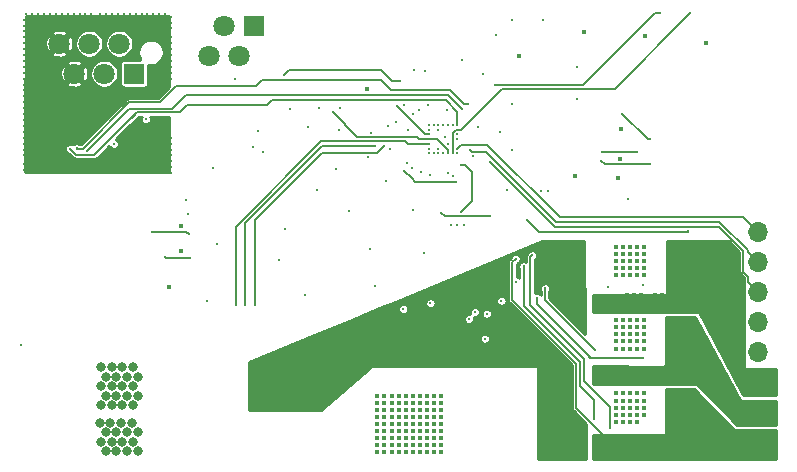
<source format=gbr>
G04 #@! TF.GenerationSoftware,KiCad,Pcbnew,5.1.5-52549c5~84~ubuntu18.04.1*
G04 #@! TF.CreationDate,2020-04-16T17:59:20+02:00*
G04 #@! TF.ProjectId,board,626f6172-642e-46b6-9963-61645f706362,rev?*
G04 #@! TF.SameCoordinates,Original*
G04 #@! TF.FileFunction,Copper,L3,Inr*
G04 #@! TF.FilePolarity,Positive*
%FSLAX46Y46*%
G04 Gerber Fmt 4.6, Leading zero omitted, Abs format (unit mm)*
G04 Created by KiCad (PCBNEW 5.1.5-52549c5~84~ubuntu18.04.1) date 2020-04-16 17:59:20*
%MOMM*%
%LPD*%
G04 APERTURE LIST*
%ADD10O,1.700000X1.700000*%
%ADD11R,1.700000X1.700000*%
%ADD12R,1.800000X1.800000*%
%ADD13C,1.800000*%
%ADD14C,0.310000*%
%ADD15C,0.400000*%
%ADD16C,0.254000*%
%ADD17C,0.800000*%
%ADD18C,0.152400*%
%ADD19C,0.177800*%
%ADD20C,0.254000*%
G04 APERTURE END LIST*
D10*
X156000000Y-119329200D03*
X156000000Y-121869200D03*
X156000000Y-124409200D03*
X156000000Y-126949200D03*
X156000000Y-129489200D03*
X156000000Y-132029200D03*
X156000000Y-134569200D03*
D11*
X156000000Y-137109200D03*
D12*
X113325000Y-101930000D03*
D13*
X112055000Y-104470000D03*
X110785000Y-101930000D03*
X109515000Y-104470000D03*
X96870000Y-103380000D03*
X98140000Y-105920000D03*
D12*
X103220000Y-105920000D03*
D13*
X101950000Y-103380000D03*
X100680000Y-105920000D03*
X99410000Y-103380000D03*
D14*
X128960000Y-112270000D03*
X128960000Y-110670000D03*
X130560000Y-111070000D03*
X129760000Y-111870000D03*
X128160000Y-112270000D03*
D15*
X129100000Y-127200000D03*
X128500000Y-127800000D03*
X124910000Y-127210000D03*
X126700000Y-127800000D03*
X129100000Y-129000000D03*
X129100000Y-127800000D03*
X128500000Y-127200000D03*
X124900000Y-129000000D03*
X126700000Y-128400000D03*
X126100000Y-127200000D03*
X126100000Y-129000000D03*
X124300000Y-127800000D03*
X126100000Y-128400000D03*
X126700000Y-127200000D03*
X123700000Y-127800000D03*
X126100000Y-127800000D03*
X127900000Y-127200000D03*
X124900000Y-127800000D03*
X127310000Y-127210000D03*
X124300000Y-128400000D03*
X127900000Y-129000000D03*
X127300000Y-127800000D03*
X123700000Y-128400000D03*
X125500000Y-129000000D03*
X125500000Y-127200000D03*
X123700000Y-127200000D03*
X124300000Y-129000000D03*
X127900000Y-127800000D03*
X127300000Y-129000000D03*
X125500000Y-128400000D03*
X128500000Y-128400000D03*
X128500000Y-129000000D03*
X123700000Y-129000000D03*
X124900000Y-128400000D03*
X129100000Y-128400000D03*
X127300000Y-128400000D03*
X127900000Y-128400000D03*
X125500000Y-127800000D03*
X126700000Y-129000000D03*
X124300000Y-127200000D03*
X141300000Y-102400000D03*
X141000000Y-120600000D03*
D14*
X117700000Y-124650000D03*
X123600000Y-123900000D03*
X127748000Y-121100000D03*
X130050000Y-118700000D03*
X133750000Y-106885000D03*
X111740000Y-106360000D03*
X115880000Y-106040000D03*
X125700000Y-106510000D03*
X136500000Y-118300000D03*
X133300000Y-118000000D03*
X104200000Y-109800000D03*
X134760000Y-115790000D03*
X130160000Y-110270000D03*
X126057511Y-114137511D03*
X130450000Y-115060000D03*
X128090000Y-108620000D03*
X129200000Y-117696400D03*
D16*
X150110013Y-119267519D03*
D14*
X129655000Y-108965000D03*
X128160000Y-110270000D03*
X147700000Y-100800000D03*
X129360000Y-112670000D03*
X126000000Y-125850000D03*
X130577003Y-118700000D03*
X143300000Y-124000000D03*
X131550000Y-126710000D03*
X146300000Y-123800000D03*
X133060000Y-126250000D03*
X137300000Y-124900000D03*
X146300000Y-130000000D03*
X142200000Y-129300000D03*
X138000000Y-124100000D03*
X136180000Y-122220000D03*
X142130025Y-135169975D03*
X136900000Y-121300000D03*
X143494805Y-135966469D03*
D15*
X126800000Y-136800000D03*
X128000000Y-136800000D03*
X124400000Y-137400000D03*
X128000000Y-136200000D03*
X126200000Y-136200000D03*
X125000000Y-136200000D03*
X124400000Y-136800000D03*
X128000000Y-137400000D03*
X128600000Y-137400000D03*
X126200000Y-136800000D03*
X125010000Y-135610000D03*
X128600000Y-136800000D03*
X124400000Y-136200000D03*
X127400000Y-136800000D03*
X125600000Y-135600000D03*
X126800000Y-137400000D03*
X125000000Y-136800000D03*
X129200000Y-135600000D03*
X126800000Y-135600000D03*
X126200000Y-137400000D03*
X123800000Y-137400000D03*
X128000000Y-135600000D03*
X128600000Y-135600000D03*
X123800000Y-135600000D03*
X128600000Y-136200000D03*
X126200000Y-135600000D03*
X127410000Y-135610000D03*
X127400000Y-136200000D03*
X129200000Y-136800000D03*
X123800000Y-136800000D03*
X125600000Y-137400000D03*
X125600000Y-136200000D03*
X123800000Y-136200000D03*
X125000000Y-137400000D03*
X127400000Y-137400000D03*
X125600000Y-136800000D03*
X124400000Y-135600000D03*
X126800000Y-136200000D03*
X129200000Y-137400000D03*
X129200000Y-136200000D03*
X128600000Y-138000000D03*
X124400000Y-138000000D03*
X126800000Y-138000000D03*
X125600000Y-138000000D03*
X123800000Y-138000000D03*
X126200000Y-138000000D03*
X128000000Y-138000000D03*
X125000000Y-138000000D03*
X129200000Y-138000000D03*
X127400000Y-138000000D03*
X126800000Y-134400000D03*
X128000000Y-134400000D03*
X124400000Y-135000000D03*
X128000000Y-133800000D03*
X126200000Y-133800000D03*
X125000000Y-133800000D03*
X124400000Y-134400000D03*
X128000000Y-135000000D03*
X128600000Y-135000000D03*
X126200000Y-134400000D03*
X125010000Y-133210000D03*
X128600000Y-134400000D03*
X124400000Y-133800000D03*
X127400000Y-134400000D03*
X125600000Y-133200000D03*
X126800000Y-135000000D03*
X125000000Y-134400000D03*
X129200000Y-133200000D03*
X126800000Y-133200000D03*
X126200000Y-135000000D03*
X123800000Y-135000000D03*
X128000000Y-133200000D03*
X128600000Y-133200000D03*
X123800000Y-133200000D03*
X128600000Y-133800000D03*
X126200000Y-133200000D03*
X127410000Y-133210000D03*
X127400000Y-133800000D03*
X129200000Y-134400000D03*
X123800000Y-134400000D03*
X125600000Y-135000000D03*
X125600000Y-133800000D03*
X123800000Y-133800000D03*
X125000000Y-135000000D03*
X127400000Y-135000000D03*
X125600000Y-134400000D03*
X124400000Y-133200000D03*
X126800000Y-133800000D03*
X129200000Y-135000000D03*
X129200000Y-133800000D03*
X146400000Y-127400000D03*
X144600000Y-127400000D03*
X144600000Y-128600000D03*
X144600000Y-128000000D03*
X146400000Y-129200000D03*
X145800000Y-129200000D03*
X145200000Y-126800000D03*
X145800000Y-126800000D03*
X145800000Y-128000000D03*
X145200000Y-129200000D03*
X145200000Y-127400000D03*
X144600000Y-126800000D03*
X145800000Y-127400000D03*
X145800000Y-128600000D03*
X145200000Y-128600000D03*
X145200000Y-128000000D03*
X146400000Y-126800000D03*
X146400000Y-128000000D03*
X144600000Y-129200000D03*
X146400000Y-128600000D03*
X146400000Y-133600000D03*
X144600000Y-133600000D03*
X144600000Y-134800000D03*
X144600000Y-134200000D03*
X145800000Y-135400000D03*
X145200000Y-133000000D03*
X145800000Y-133000000D03*
X145800000Y-134200000D03*
X145200000Y-135400000D03*
X145200000Y-133600000D03*
X144600000Y-133000000D03*
X145800000Y-133600000D03*
X145800000Y-134800000D03*
X145200000Y-134800000D03*
X145200000Y-134200000D03*
X146400000Y-133000000D03*
X146400000Y-134200000D03*
X144600000Y-135400000D03*
X146400000Y-134800000D03*
X144000000Y-128000000D03*
X144000000Y-129200000D03*
X144000000Y-126800000D03*
X144000000Y-128600000D03*
X144000000Y-127400000D03*
X144000000Y-121200000D03*
X144000000Y-122400000D03*
X144000000Y-121800000D03*
X144000000Y-120600000D03*
X144000000Y-123000000D03*
X144000000Y-134800000D03*
X144000000Y-133600000D03*
X144000000Y-135400000D03*
X144000000Y-133000000D03*
X144000000Y-134200000D03*
X146400000Y-121200000D03*
X146400000Y-121800000D03*
X146400000Y-122400000D03*
X146400000Y-123000000D03*
X145800000Y-123000000D03*
X145800000Y-122400000D03*
X145800000Y-121800000D03*
X145800000Y-121200000D03*
X145800000Y-120600000D03*
X145200000Y-120600000D03*
X145200000Y-121200000D03*
X145200000Y-121800000D03*
X145200000Y-122400000D03*
X145200000Y-123000000D03*
X144600000Y-123000000D03*
X144600000Y-120600000D03*
X144600000Y-121800000D03*
X144600000Y-121200000D03*
X144600000Y-122400000D03*
D17*
X100300000Y-135500000D03*
X101200000Y-135500000D03*
X102100000Y-135500000D03*
X103000000Y-135500000D03*
X100800000Y-136300000D03*
X101700000Y-136300000D03*
X102600000Y-136300000D03*
X103500000Y-136300000D03*
X100400000Y-137100000D03*
X101300000Y-137100000D03*
X102200000Y-137100000D03*
X103100000Y-137100000D03*
X100800000Y-137900000D03*
X101700000Y-137900000D03*
X102600000Y-137900000D03*
X103500000Y-137900000D03*
D15*
X146400000Y-120600000D03*
D14*
X133860000Y-102690000D03*
X135200000Y-108500000D03*
X134200000Y-110900000D03*
X135200000Y-112400000D03*
X140700000Y-105400000D03*
X134300000Y-125167399D03*
X132900000Y-128360000D03*
X128290000Y-125350000D03*
X145000000Y-116500000D03*
X126800000Y-117500000D03*
X137812500Y-101400000D03*
X135200000Y-101400000D03*
X107800000Y-117850000D03*
X113700000Y-110800000D03*
X124510000Y-115040000D03*
X121370000Y-117590000D03*
X140680000Y-108090000D03*
X132720000Y-105960000D03*
X129550000Y-111270000D03*
X124740000Y-110340000D03*
X93610000Y-128920000D03*
X120320000Y-113980000D03*
X116000000Y-119050000D03*
X126050000Y-108610000D03*
X126360000Y-110690000D03*
X131610000Y-112370000D03*
X130560000Y-112270000D03*
X133330000Y-113390000D03*
D15*
X107200000Y-118800000D03*
X107200000Y-120975000D03*
X144200000Y-114800000D03*
X140500000Y-114600000D03*
X135800000Y-104400000D03*
X151600000Y-103300000D03*
X122960000Y-107250000D03*
X106180000Y-124020000D03*
X146500000Y-102700000D03*
X144316448Y-113113552D03*
X144400000Y-110600000D03*
D16*
X107590000Y-116630000D03*
D15*
X149100000Y-124700000D03*
X149700000Y-125900000D03*
X149700000Y-124700000D03*
X149100000Y-125900000D03*
X149100000Y-125300000D03*
X149700000Y-125300000D03*
X150300000Y-125300000D03*
X150300000Y-125900000D03*
X150300000Y-124700000D03*
X151000000Y-124700000D03*
X151600000Y-125900000D03*
X151600000Y-124700000D03*
X151000000Y-125900000D03*
X151000000Y-125300000D03*
X151600000Y-125300000D03*
X152200000Y-125300000D03*
X152200000Y-125900000D03*
X152200000Y-124700000D03*
X151600000Y-122900000D03*
X152200000Y-124100000D03*
X152200000Y-122900000D03*
X151600000Y-124100000D03*
X151600000Y-123500000D03*
X152200000Y-123500000D03*
X152800000Y-123500000D03*
X152800000Y-124100000D03*
X152800000Y-122900000D03*
X152200000Y-126500000D03*
X152800000Y-127700000D03*
X152800000Y-126500000D03*
X152200000Y-127700000D03*
X152200000Y-127100000D03*
X152800000Y-127100000D03*
X153400000Y-127100000D03*
X153400000Y-127700000D03*
X153400000Y-126500000D03*
X152800000Y-124700000D03*
X153400000Y-125900000D03*
X153400000Y-124700000D03*
X152800000Y-125900000D03*
X152800000Y-125300000D03*
X153400000Y-125300000D03*
X154000000Y-125300000D03*
X154000000Y-125900000D03*
X154000000Y-124700000D03*
X151600000Y-121100000D03*
X152200000Y-121700000D03*
X152200000Y-122300000D03*
X152200000Y-121100000D03*
X151600000Y-122300000D03*
X152800000Y-122300000D03*
X152800000Y-121100000D03*
X151600000Y-121700000D03*
X152800000Y-121700000D03*
X153400000Y-122900000D03*
X154000000Y-124100000D03*
X153400000Y-124100000D03*
X153400000Y-123500000D03*
X153400000Y-121100000D03*
X153400000Y-122300000D03*
X153400000Y-121700000D03*
X154000000Y-126500000D03*
X154000000Y-127700000D03*
X154000000Y-127100000D03*
X151600000Y-126500000D03*
X152800000Y-128300000D03*
X153400000Y-128300000D03*
X154000000Y-128300000D03*
X152800000Y-128900000D03*
X153400000Y-128900000D03*
X154000000Y-128900000D03*
X154000000Y-129500000D03*
X153400000Y-129500000D03*
X154000000Y-130100000D03*
X153400000Y-130100000D03*
X154000000Y-130700000D03*
X154000000Y-131300000D03*
X144310000Y-124710000D03*
X144900000Y-125900000D03*
X144900000Y-125300000D03*
X145500000Y-124700000D03*
X144300000Y-125900000D03*
X144300000Y-125300000D03*
X145500000Y-125900000D03*
X146100000Y-124700000D03*
X144900000Y-124700000D03*
X146100000Y-125900000D03*
X145500000Y-125300000D03*
X146100000Y-125300000D03*
X146710000Y-124710000D03*
X147300000Y-125900000D03*
X147300000Y-125300000D03*
X147900000Y-124700000D03*
X146700000Y-125900000D03*
X146700000Y-125300000D03*
X147900000Y-125900000D03*
X148500000Y-124700000D03*
X147300000Y-124700000D03*
X148500000Y-125900000D03*
X147900000Y-125300000D03*
X148500000Y-125300000D03*
D14*
X132070000Y-126100000D03*
X143110000Y-126060000D03*
D15*
X149600000Y-132000000D03*
X150200000Y-130800000D03*
X149600000Y-130800000D03*
X150200000Y-132000000D03*
X149600000Y-131400000D03*
X150200000Y-131400000D03*
X152600000Y-132000000D03*
X152600000Y-131400000D03*
X152000000Y-132000000D03*
X152000000Y-131400000D03*
X152600000Y-130800000D03*
X152000000Y-130800000D03*
X150800000Y-132000000D03*
X151400000Y-130800000D03*
X150800000Y-130800000D03*
X151400000Y-132000000D03*
X150800000Y-131400000D03*
X151400000Y-131400000D03*
X152000000Y-130200000D03*
X152000000Y-129600000D03*
X151400000Y-129000000D03*
X151400000Y-129600000D03*
X151400000Y-130200000D03*
X152600000Y-133200000D03*
X153200000Y-133200000D03*
X152600000Y-132600000D03*
X153200000Y-132600000D03*
X153200000Y-132000000D03*
X152000000Y-132600000D03*
X153800000Y-134400000D03*
X153200000Y-134400000D03*
X153800000Y-133800000D03*
X153200000Y-133800000D03*
X153800000Y-133200000D03*
X143600000Y-132000000D03*
X143600000Y-131400000D03*
X148400000Y-130800000D03*
X148400000Y-132000000D03*
X149000000Y-130800000D03*
X143600000Y-130800000D03*
X149000000Y-132000000D03*
X148400000Y-131400000D03*
X149000000Y-131400000D03*
X143100000Y-131400000D03*
X143100000Y-132000000D03*
D14*
X135548036Y-123532076D03*
D15*
X143110000Y-130810000D03*
X149100000Y-137900000D03*
X150300000Y-137900000D03*
X149100000Y-138500000D03*
X148500000Y-137300000D03*
X149700000Y-138500000D03*
X149700000Y-137300000D03*
X150900000Y-137300000D03*
X151500000Y-138500000D03*
X149100000Y-136700000D03*
X149710000Y-136710000D03*
X151500000Y-137300000D03*
X148500000Y-138500000D03*
X149700000Y-137900000D03*
X148500000Y-137900000D03*
X150300000Y-138500000D03*
X151500000Y-137900000D03*
X150900000Y-136700000D03*
X150900000Y-137900000D03*
X151500000Y-136700000D03*
X150900000Y-138500000D03*
X149100000Y-137300000D03*
X150300000Y-136700000D03*
X148500000Y-136700000D03*
X150300000Y-137300000D03*
X152110000Y-136710000D03*
X153900000Y-137300000D03*
X152100000Y-138500000D03*
X153900000Y-137900000D03*
X153300000Y-136700000D03*
X153300000Y-138500000D03*
X153300000Y-137900000D03*
X153900000Y-136700000D03*
X153300000Y-137300000D03*
X152100000Y-137300000D03*
X152700000Y-138500000D03*
X152700000Y-136700000D03*
X152700000Y-137900000D03*
X152100000Y-137900000D03*
X152700000Y-137300000D03*
X153900000Y-138500000D03*
X153300000Y-136100000D03*
X151500000Y-136100000D03*
X151500000Y-135500000D03*
X152700000Y-135500000D03*
X152110000Y-135510000D03*
X152100000Y-136100000D03*
X152700000Y-136100000D03*
X151500000Y-134900000D03*
X152110000Y-134910000D03*
X151500000Y-134300000D03*
X143610000Y-136710000D03*
X144200000Y-137900000D03*
X144200000Y-137300000D03*
X144800000Y-136700000D03*
X143600000Y-137900000D03*
X143600000Y-137300000D03*
X144800000Y-137900000D03*
X145400000Y-136700000D03*
X144200000Y-136700000D03*
X145400000Y-137900000D03*
X144800000Y-137300000D03*
X145400000Y-137300000D03*
X143600000Y-138500000D03*
X145400000Y-138500000D03*
X144800000Y-138500000D03*
X144200000Y-138500000D03*
X146000000Y-137900000D03*
X147800000Y-137900000D03*
X147800000Y-138500000D03*
X147200000Y-137300000D03*
X147800000Y-136700000D03*
X146600000Y-136700000D03*
X146010000Y-136710000D03*
X147200000Y-138500000D03*
X146000000Y-137300000D03*
X147200000Y-137900000D03*
X146000000Y-138500000D03*
X146600000Y-138500000D03*
X146600000Y-137300000D03*
X147800000Y-137300000D03*
X147200000Y-136700000D03*
X146600000Y-137900000D03*
D14*
X135500000Y-121608700D03*
X104940000Y-106980000D03*
X105300000Y-106350000D03*
X105500000Y-105660000D03*
X104390000Y-107420000D03*
X103690000Y-107560000D03*
X102950000Y-107640000D03*
X102270000Y-107670000D03*
X106350000Y-106350000D03*
X106350000Y-105850000D03*
X106350000Y-105350000D03*
X106350000Y-104850000D03*
X106350000Y-104350000D03*
X106350000Y-103850000D03*
X106350000Y-103350000D03*
X106350000Y-102850000D03*
X106350000Y-102100000D03*
X106350000Y-101600000D03*
X106350000Y-101100000D03*
X105830000Y-100870000D03*
X105330000Y-100870000D03*
X104830000Y-100870000D03*
X104330000Y-100870000D03*
X103830000Y-100870000D03*
X103330000Y-100870000D03*
X102830000Y-100870000D03*
X102330000Y-100870000D03*
X101830000Y-100870000D03*
X101330000Y-100870000D03*
X100830000Y-100870000D03*
X100330000Y-100870000D03*
X99580000Y-100870000D03*
X99080000Y-100870000D03*
X98580000Y-100870000D03*
X98080000Y-100870000D03*
X97580000Y-100870000D03*
X97080000Y-100870000D03*
X96580000Y-100870000D03*
X96080000Y-100870000D03*
X95580000Y-100870000D03*
X95080000Y-100870000D03*
X94580000Y-100870000D03*
X94080000Y-100870000D03*
X93850000Y-101350000D03*
X93850000Y-101850000D03*
X93850000Y-102350000D03*
X93850000Y-102850000D03*
X93850000Y-103350000D03*
X93850000Y-103850000D03*
X93850000Y-104350000D03*
X93850000Y-104850000D03*
X93850000Y-105350000D03*
X93850000Y-105850000D03*
X93850000Y-106350000D03*
X93850000Y-106850000D03*
X93850000Y-107350000D03*
X93850000Y-107850000D03*
X93850000Y-108350000D03*
X93850000Y-108850000D03*
X93850000Y-109350000D03*
X93850000Y-109850000D03*
X93850000Y-110350000D03*
X93850000Y-110850000D03*
X93850000Y-111350000D03*
X93850000Y-111850000D03*
X93850000Y-112350000D03*
X93850000Y-112850000D03*
X93850000Y-113600000D03*
X93850000Y-114100000D03*
X94370000Y-114330000D03*
X94870000Y-114330000D03*
X95370000Y-114330000D03*
X95870000Y-114330000D03*
X96370000Y-114330000D03*
X96870000Y-114330000D03*
X97370000Y-114330000D03*
X97870000Y-114330000D03*
X98370000Y-114330000D03*
X98870000Y-114330000D03*
X99370000Y-114330000D03*
X99870000Y-114330000D03*
X100370000Y-114330000D03*
X100870000Y-114330000D03*
X101370000Y-114330000D03*
X101870000Y-114330000D03*
X102370000Y-114330000D03*
X102870000Y-114330000D03*
X103370000Y-114330000D03*
X103870000Y-114330000D03*
X104370000Y-114330000D03*
X104870000Y-114330000D03*
X105370000Y-114330000D03*
X105870000Y-114330000D03*
X106350000Y-114330000D03*
X106350000Y-113850000D03*
X106350000Y-113350000D03*
X106350000Y-112850000D03*
X106300000Y-112400000D03*
X106300000Y-111900000D03*
X106300000Y-111400000D03*
X145785000Y-112600000D03*
X142817600Y-112590000D03*
X142762409Y-113295191D03*
X146915000Y-113600000D03*
X105820000Y-121420000D03*
X107910000Y-121529400D03*
X146915000Y-111500000D03*
X144500000Y-109300000D03*
X109370000Y-125170000D03*
X130560000Y-111470000D03*
X115450000Y-121670000D03*
X138270000Y-115830000D03*
X110245000Y-120325000D03*
X137660000Y-115820000D03*
X123200000Y-120750000D03*
X131103901Y-118710475D03*
X101500000Y-111900000D03*
X109900000Y-113900000D03*
X114110000Y-112540000D03*
X126300000Y-113500000D03*
X113250000Y-112100000D03*
X124840000Y-112340000D03*
D17*
X100800000Y-133200000D03*
X101700000Y-133200000D03*
X102600000Y-133200000D03*
X103500000Y-133200000D03*
X100400000Y-130800000D03*
X101300000Y-130800000D03*
X102200000Y-130800000D03*
X103100000Y-130800000D03*
X100800000Y-131600000D03*
X101700000Y-131600000D03*
X102600000Y-131600000D03*
X103500000Y-131600000D03*
X100400000Y-132400000D03*
X101300000Y-132400000D03*
X102200000Y-132400000D03*
X103100000Y-132400000D03*
X100400000Y-134000000D03*
X101300000Y-134000000D03*
X102200000Y-134000000D03*
X103100000Y-134000000D03*
D14*
X131450000Y-108470000D03*
X98330000Y-112240000D03*
X104690000Y-119340000D03*
X107830000Y-119540000D03*
X128160000Y-112670000D03*
X126743959Y-113953959D03*
X128560000Y-112670000D03*
X127458552Y-114268552D03*
X128960000Y-112670000D03*
X128260000Y-114540000D03*
X126900000Y-105600000D03*
X131000000Y-104800000D03*
X125400000Y-110000000D03*
X132300000Y-110400000D03*
X118880000Y-108800000D03*
X130170000Y-114630000D03*
X120070000Y-109170000D03*
X129760000Y-112670000D03*
X120670000Y-108810000D03*
X129760000Y-114310000D03*
X118650000Y-115810000D03*
X129760000Y-110270000D03*
X127300000Y-109000000D03*
X116400000Y-108930000D03*
X128960000Y-110270000D03*
X127810000Y-105680000D03*
X97770000Y-112270000D03*
X130560000Y-110270000D03*
X130940000Y-108880000D03*
X99220000Y-112444400D03*
X113400000Y-125500000D03*
X124330000Y-112080000D03*
X112600000Y-125500000D03*
X123560000Y-112060000D03*
X111800000Y-125500000D03*
X128160000Y-111870000D03*
X120530000Y-110710000D03*
X117950000Y-110400000D03*
X128160000Y-110670000D03*
X126810000Y-109340000D03*
X129360000Y-110270000D03*
X123230000Y-110940000D03*
X123000000Y-113001600D03*
X128560000Y-110270000D03*
X128160000Y-111070000D03*
X125470000Y-108644400D03*
X130560000Y-112670000D03*
X131900000Y-112925599D03*
X150300000Y-100800000D03*
X130160000Y-112670000D03*
X130910000Y-113650000D03*
X130900000Y-117600000D03*
D18*
X129500000Y-118000000D02*
X133300000Y-118000000D01*
X129200000Y-117700000D02*
X129500000Y-118000000D01*
X133750000Y-106885000D02*
X141215000Y-106885000D01*
X141215000Y-106885000D02*
X147300000Y-100800000D01*
X136500000Y-118300000D02*
X137500000Y-119300000D01*
X147300000Y-100800000D02*
X147700000Y-100800000D01*
X125700000Y-106510000D02*
X125040000Y-106510000D01*
X125040000Y-106510000D02*
X124110000Y-105580000D01*
X116340000Y-105580000D02*
X115880000Y-106040000D01*
X124110000Y-105580000D02*
X116340000Y-105580000D01*
X126980000Y-115060000D02*
X130450000Y-115060000D01*
X126057511Y-114137511D02*
X126700000Y-114780000D01*
X126700000Y-114780000D02*
X126980000Y-115060000D01*
X150120000Y-119277506D02*
X150110013Y-119267519D01*
X150120000Y-119300000D02*
X150120000Y-119277506D01*
X137500000Y-119300000D02*
X150120000Y-119300000D01*
X137300000Y-124900000D02*
X137300000Y-125465685D01*
X141834315Y-130000000D02*
X141600000Y-129765685D01*
X137300000Y-125465685D02*
X141600000Y-129765685D01*
X146300000Y-130000000D02*
X141834315Y-130000000D01*
X141600000Y-129765685D02*
X141775616Y-129941301D01*
X138000000Y-125100000D02*
X142200000Y-129300000D01*
X138000000Y-124100000D02*
X138000000Y-125100000D01*
D19*
X136180000Y-122220000D02*
X136180000Y-125560000D01*
X136180000Y-125560000D02*
X140960000Y-130340000D01*
X140960000Y-130340000D02*
X140960000Y-132400000D01*
X142130025Y-133570025D02*
X142130025Y-135169975D01*
X140960000Y-132400000D02*
X142130025Y-133570025D01*
X136745001Y-121454999D02*
X136745001Y-125545001D01*
X136900000Y-121300000D02*
X136745001Y-121454999D01*
X136745001Y-125545001D02*
X141300000Y-130100000D01*
X141300000Y-130100000D02*
X141300000Y-131970000D01*
X143494805Y-134164805D02*
X143494805Y-135966469D01*
X141300000Y-131970000D02*
X143494805Y-134164805D01*
D18*
X131610000Y-112370000D02*
X131809999Y-112569999D01*
X155390800Y-121260000D02*
X156000000Y-121869200D01*
X131809999Y-112569999D02*
X132799999Y-112569999D01*
X133036289Y-112569999D02*
X138936290Y-118470000D01*
X132799999Y-112569999D02*
X133036289Y-112569999D01*
X155150001Y-120897869D02*
X152712132Y-118460000D01*
X152712132Y-118460000D02*
X149400000Y-118460000D01*
X155150001Y-121019201D02*
X155150001Y-120897869D01*
X156000000Y-121869200D02*
X155150001Y-121019201D01*
X138936290Y-118470000D02*
X149400000Y-118460000D01*
X139270000Y-118100000D02*
X154770800Y-118100000D01*
X133111399Y-111941399D02*
X139270000Y-118100000D01*
X155250800Y-118580000D02*
X156000000Y-119329200D01*
X154770800Y-118100000D02*
X155250800Y-118580000D01*
X130888601Y-111941399D02*
X133111399Y-111941399D01*
X130641169Y-112188831D02*
X130888601Y-111941399D01*
X133330000Y-113390000D02*
X138810000Y-118870000D01*
X138810000Y-118870000D02*
X138820000Y-118870000D01*
X138870000Y-118920000D02*
X139410000Y-118920000D01*
X138820000Y-118870000D02*
X138870000Y-118920000D01*
X155165400Y-123574600D02*
X155165400Y-123105400D01*
X155165400Y-123105400D02*
X154750000Y-122690000D01*
X155165400Y-123574600D02*
X156000000Y-124409200D01*
X152731066Y-118910000D02*
X152650000Y-118910000D01*
X154750000Y-120928934D02*
X152731066Y-118910000D01*
X154750000Y-122690000D02*
X154750000Y-120928934D01*
X139410000Y-118920000D02*
X152650000Y-118910000D01*
X135226835Y-125056835D02*
X140642490Y-130472490D01*
X135500000Y-121608700D02*
X135226835Y-121881865D01*
X135226835Y-121881865D02*
X135226835Y-125056835D01*
X143327158Y-136710000D02*
X143610000Y-136710000D01*
X143102320Y-136710000D02*
X143327158Y-136710000D01*
X140642490Y-134250170D02*
X143102320Y-136710000D01*
X140642490Y-130472490D02*
X140642490Y-134250170D01*
X142827600Y-112600000D02*
X142817600Y-112590000D01*
X145785000Y-112600000D02*
X142827600Y-112600000D01*
X143067218Y-113600000D02*
X142762409Y-113295191D01*
X146915000Y-113600000D02*
X143067218Y-113600000D01*
X105929400Y-121529400D02*
X105820000Y-121420000D01*
X107910000Y-121529400D02*
X105929400Y-121529400D01*
X146915000Y-111500000D02*
X146700000Y-111500000D01*
X146700000Y-111500000D02*
X144500000Y-109300000D01*
X131167158Y-108470000D02*
X131450000Y-108470000D01*
X129967158Y-107270000D02*
X131167158Y-108470000D01*
X124940000Y-107270000D02*
X129967158Y-107270000D01*
X124138601Y-106468601D02*
X124940000Y-107270000D01*
X113540000Y-106950000D02*
X114021399Y-106468601D01*
X98360000Y-112270000D02*
X98860000Y-112270000D01*
X98330000Y-112240000D02*
X98360000Y-112270000D01*
X114021399Y-106468601D02*
X124138601Y-106468601D01*
X102770000Y-108360000D02*
X105360000Y-108360000D01*
X106771601Y-106948399D02*
X113540000Y-106948399D01*
X113540000Y-106948399D02*
X113540000Y-106950000D01*
X98860000Y-112270000D02*
X102770000Y-108360000D01*
X105360000Y-108360000D02*
X106771601Y-106948399D01*
X104690000Y-119340000D02*
X107630000Y-119340000D01*
X107630000Y-119340000D02*
X107830000Y-119540000D01*
X120070000Y-109170000D02*
X120138601Y-109238601D01*
X122114563Y-111281201D02*
X121079299Y-110245937D01*
X127171201Y-111281201D02*
X122114563Y-111281201D01*
X129760000Y-112374978D02*
X129205022Y-111820000D01*
X129760000Y-112670000D02*
X129760000Y-112374978D01*
X121079299Y-110245937D02*
X121079299Y-110179299D01*
X129205022Y-111820000D02*
X129205022Y-111815022D01*
X129205022Y-111815022D02*
X128860000Y-111470000D01*
X121079299Y-110179299D02*
X120070000Y-109170000D01*
X128860000Y-111470000D02*
X127360000Y-111470000D01*
X127360000Y-111470000D02*
X127171201Y-111281201D01*
X114472410Y-108610000D02*
X114892410Y-108190000D01*
X114892410Y-108190000D02*
X129600000Y-108190000D01*
X107050000Y-109200000D02*
X107640000Y-108610000D01*
X98300000Y-112800000D02*
X99840000Y-112800000D01*
X97770000Y-112270000D02*
X98300000Y-112800000D01*
X103440000Y-109200000D02*
X107050000Y-109200000D01*
X107640000Y-108610000D02*
X114472410Y-108610000D01*
X129600000Y-108190000D02*
X129615670Y-108190000D01*
X130560000Y-110128579D02*
X130560000Y-109130000D01*
X130560000Y-110270000D02*
X130560000Y-110128579D01*
X129615670Y-108190000D02*
X130560000Y-109130000D01*
X102520000Y-110120000D02*
X103240000Y-109400000D01*
X102520000Y-110120000D02*
X103440000Y-109200000D01*
X99840000Y-112800000D02*
X102520000Y-110120000D01*
X130940000Y-108880000D02*
X130740001Y-108680001D01*
X107580000Y-107720000D02*
X106560000Y-108740000D01*
X106404810Y-108895190D02*
X107580000Y-107720000D01*
X102769210Y-108895190D02*
X106404810Y-108895190D01*
X99220000Y-112444400D02*
X102769210Y-108895190D01*
X129780000Y-107720000D02*
X130940000Y-108880000D01*
X107580000Y-107720000D02*
X129780000Y-107720000D01*
X124165001Y-112244999D02*
X124330000Y-112080000D01*
X123776601Y-112633399D02*
X124165001Y-112244999D01*
X119086601Y-112633399D02*
X123776601Y-112633399D01*
X113400000Y-118320000D02*
X119086601Y-112633399D01*
X113400000Y-125500000D02*
X113400000Y-118320000D01*
X119100000Y-112040000D02*
X112600000Y-118540000D01*
X112600000Y-118540000D02*
X112600000Y-125500000D01*
X123120000Y-112040000D02*
X119100000Y-112040000D01*
X123120000Y-112040000D02*
X123540000Y-112040000D01*
X123540000Y-112040000D02*
X123560000Y-112060000D01*
X111830000Y-122270000D02*
X111830000Y-118870000D01*
X111800000Y-125217158D02*
X111830000Y-122270000D01*
X111830000Y-118870000D02*
X119040000Y-111660000D01*
X111800000Y-125500000D02*
X111800000Y-125217158D01*
X123300000Y-111660000D02*
X123303801Y-111656199D01*
X119040000Y-111660000D02*
X123300000Y-111660000D01*
X124906199Y-111656199D02*
X126156199Y-111656199D01*
X123303801Y-111656199D02*
X124906199Y-111656199D01*
X126370000Y-111870000D02*
X128160000Y-111870000D01*
X126156199Y-111656199D02*
X126370000Y-111870000D01*
X128071302Y-111070000D02*
X128182202Y-111070000D01*
X127835670Y-111070000D02*
X128160000Y-111070000D01*
X125470000Y-108644400D02*
X125470000Y-108704330D01*
X125470000Y-108704330D02*
X127835670Y-111070000D01*
X143910190Y-107189810D02*
X150100001Y-100999999D01*
X134476237Y-107189810D02*
X143910190Y-107189810D01*
X130160000Y-110965022D02*
X130445022Y-110680000D01*
X130160000Y-112670000D02*
X130160000Y-110965022D01*
X134480000Y-107190000D02*
X134476237Y-107189810D01*
X130445022Y-110680000D02*
X130880000Y-110680000D01*
X150100001Y-100999999D02*
X150300000Y-100800000D01*
X130880000Y-110680000D02*
X134370000Y-107190000D01*
X134370000Y-107190000D02*
X134480000Y-107190000D01*
X131800000Y-114257158D02*
X131192842Y-113650000D01*
X131192842Y-113650000D02*
X130910000Y-113650000D01*
X131800000Y-116700000D02*
X131800000Y-114257158D01*
X130900000Y-117600000D02*
X131800000Y-116700000D01*
D20*
G36*
X106173000Y-101026819D02*
G01*
X106173000Y-107044106D01*
X105212707Y-108004400D01*
X102787455Y-108004400D01*
X102769999Y-108002681D01*
X102752544Y-108004400D01*
X102752537Y-108004400D01*
X102707187Y-108008867D01*
X102700289Y-108009546D01*
X102671102Y-108018400D01*
X102633260Y-108029879D01*
X102571484Y-108062899D01*
X102517337Y-108107337D01*
X102506206Y-108120900D01*
X98712707Y-111914400D01*
X98618735Y-111914400D01*
X98606914Y-111902579D01*
X98535766Y-111855040D01*
X98456710Y-111822294D01*
X98372785Y-111805600D01*
X98287215Y-111805600D01*
X98203290Y-111822294D01*
X98124234Y-111855040D01*
X98053086Y-111902579D01*
X98032630Y-111923035D01*
X97975766Y-111885040D01*
X97896710Y-111852294D01*
X97812785Y-111835600D01*
X97727215Y-111835600D01*
X97643290Y-111852294D01*
X97564234Y-111885040D01*
X97493086Y-111932579D01*
X97432579Y-111993086D01*
X97385040Y-112064234D01*
X97352294Y-112143290D01*
X97335600Y-112227215D01*
X97335600Y-112312785D01*
X97352294Y-112396710D01*
X97385040Y-112475766D01*
X97432579Y-112546914D01*
X97493086Y-112607421D01*
X97564234Y-112654960D01*
X97643290Y-112687706D01*
X97695123Y-112698016D01*
X98036210Y-113039105D01*
X98047337Y-113052663D01*
X98060895Y-113063790D01*
X98060900Y-113063795D01*
X98095078Y-113091844D01*
X98101484Y-113097101D01*
X98163260Y-113130121D01*
X98201102Y-113141600D01*
X98230289Y-113150454D01*
X98237187Y-113151133D01*
X98282537Y-113155600D01*
X98282544Y-113155600D01*
X98299999Y-113157319D01*
X98317454Y-113155600D01*
X99822545Y-113155600D01*
X99840000Y-113157319D01*
X99857455Y-113155600D01*
X99857463Y-113155600D01*
X99909710Y-113150454D01*
X99976740Y-113130121D01*
X100038516Y-113097101D01*
X100092663Y-113052663D01*
X100103799Y-113039094D01*
X101092220Y-112050674D01*
X101115040Y-112105766D01*
X101162579Y-112176914D01*
X101223086Y-112237421D01*
X101294234Y-112284960D01*
X101373290Y-112317706D01*
X101457215Y-112334400D01*
X101542785Y-112334400D01*
X101626710Y-112317706D01*
X101705766Y-112284960D01*
X101776914Y-112237421D01*
X101837421Y-112176914D01*
X101884960Y-112105766D01*
X101917706Y-112026710D01*
X101934400Y-111942785D01*
X101934400Y-111857215D01*
X101917706Y-111773290D01*
X101884960Y-111694234D01*
X101837421Y-111623086D01*
X101776914Y-111562579D01*
X101705766Y-111515040D01*
X101650674Y-111492220D01*
X102783795Y-110359100D01*
X102783804Y-110359089D01*
X103587295Y-109555600D01*
X103840854Y-109555600D01*
X103815040Y-109594234D01*
X103782294Y-109673290D01*
X103765600Y-109757215D01*
X103765600Y-109842785D01*
X103782294Y-109926710D01*
X103815040Y-110005766D01*
X103862579Y-110076914D01*
X103923086Y-110137421D01*
X103994234Y-110184960D01*
X104073290Y-110217706D01*
X104157215Y-110234400D01*
X104242785Y-110234400D01*
X104326710Y-110217706D01*
X104405766Y-110184960D01*
X104476914Y-110137421D01*
X104537421Y-110076914D01*
X104584960Y-110005766D01*
X104617706Y-109926710D01*
X104634400Y-109842785D01*
X104634400Y-109757215D01*
X104617706Y-109673290D01*
X104584960Y-109594234D01*
X104559146Y-109555600D01*
X106173000Y-109555600D01*
X106173000Y-114273000D01*
X93928267Y-114273000D01*
X94002481Y-106793278D01*
X97446327Y-106793278D01*
X97550168Y-106947899D01*
X97762034Y-107043218D01*
X97988426Y-107095373D01*
X98220643Y-107102359D01*
X98449760Y-107063907D01*
X98666973Y-106981497D01*
X98729832Y-106947899D01*
X98833673Y-106793278D01*
X98140000Y-106099605D01*
X97446327Y-106793278D01*
X94002481Y-106793278D01*
X94010346Y-106000643D01*
X96957641Y-106000643D01*
X96996093Y-106229760D01*
X97078503Y-106446973D01*
X97112101Y-106509832D01*
X97266722Y-106613673D01*
X97960395Y-105920000D01*
X98319605Y-105920000D01*
X99013278Y-106613673D01*
X99167899Y-106509832D01*
X99263218Y-106297966D01*
X99315373Y-106071574D01*
X99322359Y-105839357D01*
X99316399Y-105803839D01*
X99500600Y-105803839D01*
X99500600Y-106036161D01*
X99545923Y-106264018D01*
X99634829Y-106478656D01*
X99763900Y-106671824D01*
X99928176Y-106836100D01*
X100121344Y-106965171D01*
X100335982Y-107054077D01*
X100563839Y-107099400D01*
X100796161Y-107099400D01*
X101024018Y-107054077D01*
X101238656Y-106965171D01*
X101431824Y-106836100D01*
X101596100Y-106671824D01*
X101725171Y-106478656D01*
X101814077Y-106264018D01*
X101859400Y-106036161D01*
X101859400Y-105803839D01*
X101814077Y-105575982D01*
X101725171Y-105361344D01*
X101596100Y-105168176D01*
X101447924Y-105020000D01*
X102039249Y-105020000D01*
X102039249Y-106820000D01*
X102044644Y-106874772D01*
X102060620Y-106927439D01*
X102086564Y-106975977D01*
X102121479Y-107018521D01*
X102164023Y-107053436D01*
X102212561Y-107079380D01*
X102265228Y-107095356D01*
X102320000Y-107100751D01*
X104120000Y-107100751D01*
X104174772Y-107095356D01*
X104227439Y-107079380D01*
X104275977Y-107053436D01*
X104318521Y-107018521D01*
X104353436Y-106975977D01*
X104379380Y-106927439D01*
X104395356Y-106874772D01*
X104400751Y-106820000D01*
X104400751Y-105174539D01*
X104513920Y-105197050D01*
X104726080Y-105197050D01*
X104934164Y-105155659D01*
X105130174Y-105074469D01*
X105306579Y-104956599D01*
X105456599Y-104806579D01*
X105574469Y-104630174D01*
X105655659Y-104434164D01*
X105697050Y-104226080D01*
X105697050Y-104013920D01*
X105655659Y-103805836D01*
X105574469Y-103609826D01*
X105456599Y-103433421D01*
X105306579Y-103283401D01*
X105130174Y-103165531D01*
X104934164Y-103084341D01*
X104726080Y-103042950D01*
X104513920Y-103042950D01*
X104305836Y-103084341D01*
X104109826Y-103165531D01*
X103933421Y-103283401D01*
X103783401Y-103433421D01*
X103665531Y-103609826D01*
X103584341Y-103805836D01*
X103542950Y-104013920D01*
X103542950Y-104226080D01*
X103584341Y-104434164D01*
X103665531Y-104630174D01*
X103738413Y-104739249D01*
X102320000Y-104739249D01*
X102265228Y-104744644D01*
X102212561Y-104760620D01*
X102164023Y-104786564D01*
X102121479Y-104821479D01*
X102086564Y-104864023D01*
X102060620Y-104912561D01*
X102044644Y-104965228D01*
X102039249Y-105020000D01*
X101447924Y-105020000D01*
X101431824Y-105003900D01*
X101238656Y-104874829D01*
X101024018Y-104785923D01*
X100796161Y-104740600D01*
X100563839Y-104740600D01*
X100335982Y-104785923D01*
X100121344Y-104874829D01*
X99928176Y-105003900D01*
X99763900Y-105168176D01*
X99634829Y-105361344D01*
X99545923Y-105575982D01*
X99500600Y-105803839D01*
X99316399Y-105803839D01*
X99283907Y-105610240D01*
X99201497Y-105393027D01*
X99167899Y-105330168D01*
X99013278Y-105226327D01*
X98319605Y-105920000D01*
X97960395Y-105920000D01*
X97266722Y-105226327D01*
X97112101Y-105330168D01*
X97016782Y-105542034D01*
X96964627Y-105768426D01*
X96957641Y-106000643D01*
X94010346Y-106000643D01*
X94019811Y-105046722D01*
X97446327Y-105046722D01*
X98140000Y-105740395D01*
X98833673Y-105046722D01*
X98729832Y-104892101D01*
X98517966Y-104796782D01*
X98291574Y-104744627D01*
X98059357Y-104737641D01*
X97830240Y-104776093D01*
X97613027Y-104858503D01*
X97550168Y-104892101D01*
X97446327Y-105046722D01*
X94019811Y-105046722D01*
X94027684Y-104253278D01*
X96176327Y-104253278D01*
X96280168Y-104407899D01*
X96492034Y-104503218D01*
X96718426Y-104555373D01*
X96950643Y-104562359D01*
X97179760Y-104523907D01*
X97396973Y-104441497D01*
X97459832Y-104407899D01*
X97563673Y-104253278D01*
X96870000Y-103559605D01*
X96176327Y-104253278D01*
X94027684Y-104253278D01*
X94035549Y-103460643D01*
X95687641Y-103460643D01*
X95726093Y-103689760D01*
X95808503Y-103906973D01*
X95842101Y-103969832D01*
X95996722Y-104073673D01*
X96690395Y-103380000D01*
X97049605Y-103380000D01*
X97743278Y-104073673D01*
X97897899Y-103969832D01*
X97993218Y-103757966D01*
X98045373Y-103531574D01*
X98052359Y-103299357D01*
X98046399Y-103263839D01*
X98230600Y-103263839D01*
X98230600Y-103496161D01*
X98275923Y-103724018D01*
X98364829Y-103938656D01*
X98493900Y-104131824D01*
X98658176Y-104296100D01*
X98851344Y-104425171D01*
X99065982Y-104514077D01*
X99293839Y-104559400D01*
X99526161Y-104559400D01*
X99754018Y-104514077D01*
X99968656Y-104425171D01*
X100161824Y-104296100D01*
X100326100Y-104131824D01*
X100455171Y-103938656D01*
X100544077Y-103724018D01*
X100589400Y-103496161D01*
X100589400Y-103263839D01*
X100770600Y-103263839D01*
X100770600Y-103496161D01*
X100815923Y-103724018D01*
X100904829Y-103938656D01*
X101033900Y-104131824D01*
X101198176Y-104296100D01*
X101391344Y-104425171D01*
X101605982Y-104514077D01*
X101833839Y-104559400D01*
X102066161Y-104559400D01*
X102294018Y-104514077D01*
X102508656Y-104425171D01*
X102701824Y-104296100D01*
X102866100Y-104131824D01*
X102995171Y-103938656D01*
X103084077Y-103724018D01*
X103129400Y-103496161D01*
X103129400Y-103263839D01*
X103084077Y-103035982D01*
X102995171Y-102821344D01*
X102866100Y-102628176D01*
X102701824Y-102463900D01*
X102508656Y-102334829D01*
X102294018Y-102245923D01*
X102066161Y-102200600D01*
X101833839Y-102200600D01*
X101605982Y-102245923D01*
X101391344Y-102334829D01*
X101198176Y-102463900D01*
X101033900Y-102628176D01*
X100904829Y-102821344D01*
X100815923Y-103035982D01*
X100770600Y-103263839D01*
X100589400Y-103263839D01*
X100544077Y-103035982D01*
X100455171Y-102821344D01*
X100326100Y-102628176D01*
X100161824Y-102463900D01*
X99968656Y-102334829D01*
X99754018Y-102245923D01*
X99526161Y-102200600D01*
X99293839Y-102200600D01*
X99065982Y-102245923D01*
X98851344Y-102334829D01*
X98658176Y-102463900D01*
X98493900Y-102628176D01*
X98364829Y-102821344D01*
X98275923Y-103035982D01*
X98230600Y-103263839D01*
X98046399Y-103263839D01*
X98013907Y-103070240D01*
X97931497Y-102853027D01*
X97897899Y-102790168D01*
X97743278Y-102686327D01*
X97049605Y-103380000D01*
X96690395Y-103380000D01*
X95996722Y-102686327D01*
X95842101Y-102790168D01*
X95746782Y-103002034D01*
X95694627Y-103228426D01*
X95687641Y-103460643D01*
X94035549Y-103460643D01*
X94045014Y-102506722D01*
X96176327Y-102506722D01*
X96870000Y-103200395D01*
X97563673Y-102506722D01*
X97459832Y-102352101D01*
X97247966Y-102256782D01*
X97021574Y-102204627D01*
X96789357Y-102197641D01*
X96560240Y-102236093D01*
X96343027Y-102318503D01*
X96280168Y-102352101D01*
X96176327Y-102506722D01*
X94045014Y-102506722D01*
X94059870Y-101009554D01*
X106173000Y-101026819D01*
G37*
X106173000Y-101026819D02*
X106173000Y-107044106D01*
X105212707Y-108004400D01*
X102787455Y-108004400D01*
X102769999Y-108002681D01*
X102752544Y-108004400D01*
X102752537Y-108004400D01*
X102707187Y-108008867D01*
X102700289Y-108009546D01*
X102671102Y-108018400D01*
X102633260Y-108029879D01*
X102571484Y-108062899D01*
X102517337Y-108107337D01*
X102506206Y-108120900D01*
X98712707Y-111914400D01*
X98618735Y-111914400D01*
X98606914Y-111902579D01*
X98535766Y-111855040D01*
X98456710Y-111822294D01*
X98372785Y-111805600D01*
X98287215Y-111805600D01*
X98203290Y-111822294D01*
X98124234Y-111855040D01*
X98053086Y-111902579D01*
X98032630Y-111923035D01*
X97975766Y-111885040D01*
X97896710Y-111852294D01*
X97812785Y-111835600D01*
X97727215Y-111835600D01*
X97643290Y-111852294D01*
X97564234Y-111885040D01*
X97493086Y-111932579D01*
X97432579Y-111993086D01*
X97385040Y-112064234D01*
X97352294Y-112143290D01*
X97335600Y-112227215D01*
X97335600Y-112312785D01*
X97352294Y-112396710D01*
X97385040Y-112475766D01*
X97432579Y-112546914D01*
X97493086Y-112607421D01*
X97564234Y-112654960D01*
X97643290Y-112687706D01*
X97695123Y-112698016D01*
X98036210Y-113039105D01*
X98047337Y-113052663D01*
X98060895Y-113063790D01*
X98060900Y-113063795D01*
X98095078Y-113091844D01*
X98101484Y-113097101D01*
X98163260Y-113130121D01*
X98201102Y-113141600D01*
X98230289Y-113150454D01*
X98237187Y-113151133D01*
X98282537Y-113155600D01*
X98282544Y-113155600D01*
X98299999Y-113157319D01*
X98317454Y-113155600D01*
X99822545Y-113155600D01*
X99840000Y-113157319D01*
X99857455Y-113155600D01*
X99857463Y-113155600D01*
X99909710Y-113150454D01*
X99976740Y-113130121D01*
X100038516Y-113097101D01*
X100092663Y-113052663D01*
X100103799Y-113039094D01*
X101092220Y-112050674D01*
X101115040Y-112105766D01*
X101162579Y-112176914D01*
X101223086Y-112237421D01*
X101294234Y-112284960D01*
X101373290Y-112317706D01*
X101457215Y-112334400D01*
X101542785Y-112334400D01*
X101626710Y-112317706D01*
X101705766Y-112284960D01*
X101776914Y-112237421D01*
X101837421Y-112176914D01*
X101884960Y-112105766D01*
X101917706Y-112026710D01*
X101934400Y-111942785D01*
X101934400Y-111857215D01*
X101917706Y-111773290D01*
X101884960Y-111694234D01*
X101837421Y-111623086D01*
X101776914Y-111562579D01*
X101705766Y-111515040D01*
X101650674Y-111492220D01*
X102783795Y-110359100D01*
X102783804Y-110359089D01*
X103587295Y-109555600D01*
X103840854Y-109555600D01*
X103815040Y-109594234D01*
X103782294Y-109673290D01*
X103765600Y-109757215D01*
X103765600Y-109842785D01*
X103782294Y-109926710D01*
X103815040Y-110005766D01*
X103862579Y-110076914D01*
X103923086Y-110137421D01*
X103994234Y-110184960D01*
X104073290Y-110217706D01*
X104157215Y-110234400D01*
X104242785Y-110234400D01*
X104326710Y-110217706D01*
X104405766Y-110184960D01*
X104476914Y-110137421D01*
X104537421Y-110076914D01*
X104584960Y-110005766D01*
X104617706Y-109926710D01*
X104634400Y-109842785D01*
X104634400Y-109757215D01*
X104617706Y-109673290D01*
X104584960Y-109594234D01*
X104559146Y-109555600D01*
X106173000Y-109555600D01*
X106173000Y-114273000D01*
X93928267Y-114273000D01*
X94002481Y-106793278D01*
X97446327Y-106793278D01*
X97550168Y-106947899D01*
X97762034Y-107043218D01*
X97988426Y-107095373D01*
X98220643Y-107102359D01*
X98449760Y-107063907D01*
X98666973Y-106981497D01*
X98729832Y-106947899D01*
X98833673Y-106793278D01*
X98140000Y-106099605D01*
X97446327Y-106793278D01*
X94002481Y-106793278D01*
X94010346Y-106000643D01*
X96957641Y-106000643D01*
X96996093Y-106229760D01*
X97078503Y-106446973D01*
X97112101Y-106509832D01*
X97266722Y-106613673D01*
X97960395Y-105920000D01*
X98319605Y-105920000D01*
X99013278Y-106613673D01*
X99167899Y-106509832D01*
X99263218Y-106297966D01*
X99315373Y-106071574D01*
X99322359Y-105839357D01*
X99316399Y-105803839D01*
X99500600Y-105803839D01*
X99500600Y-106036161D01*
X99545923Y-106264018D01*
X99634829Y-106478656D01*
X99763900Y-106671824D01*
X99928176Y-106836100D01*
X100121344Y-106965171D01*
X100335982Y-107054077D01*
X100563839Y-107099400D01*
X100796161Y-107099400D01*
X101024018Y-107054077D01*
X101238656Y-106965171D01*
X101431824Y-106836100D01*
X101596100Y-106671824D01*
X101725171Y-106478656D01*
X101814077Y-106264018D01*
X101859400Y-106036161D01*
X101859400Y-105803839D01*
X101814077Y-105575982D01*
X101725171Y-105361344D01*
X101596100Y-105168176D01*
X101447924Y-105020000D01*
X102039249Y-105020000D01*
X102039249Y-106820000D01*
X102044644Y-106874772D01*
X102060620Y-106927439D01*
X102086564Y-106975977D01*
X102121479Y-107018521D01*
X102164023Y-107053436D01*
X102212561Y-107079380D01*
X102265228Y-107095356D01*
X102320000Y-107100751D01*
X104120000Y-107100751D01*
X104174772Y-107095356D01*
X104227439Y-107079380D01*
X104275977Y-107053436D01*
X104318521Y-107018521D01*
X104353436Y-106975977D01*
X104379380Y-106927439D01*
X104395356Y-106874772D01*
X104400751Y-106820000D01*
X104400751Y-105174539D01*
X104513920Y-105197050D01*
X104726080Y-105197050D01*
X104934164Y-105155659D01*
X105130174Y-105074469D01*
X105306579Y-104956599D01*
X105456599Y-104806579D01*
X105574469Y-104630174D01*
X105655659Y-104434164D01*
X105697050Y-104226080D01*
X105697050Y-104013920D01*
X105655659Y-103805836D01*
X105574469Y-103609826D01*
X105456599Y-103433421D01*
X105306579Y-103283401D01*
X105130174Y-103165531D01*
X104934164Y-103084341D01*
X104726080Y-103042950D01*
X104513920Y-103042950D01*
X104305836Y-103084341D01*
X104109826Y-103165531D01*
X103933421Y-103283401D01*
X103783401Y-103433421D01*
X103665531Y-103609826D01*
X103584341Y-103805836D01*
X103542950Y-104013920D01*
X103542950Y-104226080D01*
X103584341Y-104434164D01*
X103665531Y-104630174D01*
X103738413Y-104739249D01*
X102320000Y-104739249D01*
X102265228Y-104744644D01*
X102212561Y-104760620D01*
X102164023Y-104786564D01*
X102121479Y-104821479D01*
X102086564Y-104864023D01*
X102060620Y-104912561D01*
X102044644Y-104965228D01*
X102039249Y-105020000D01*
X101447924Y-105020000D01*
X101431824Y-105003900D01*
X101238656Y-104874829D01*
X101024018Y-104785923D01*
X100796161Y-104740600D01*
X100563839Y-104740600D01*
X100335982Y-104785923D01*
X100121344Y-104874829D01*
X99928176Y-105003900D01*
X99763900Y-105168176D01*
X99634829Y-105361344D01*
X99545923Y-105575982D01*
X99500600Y-105803839D01*
X99316399Y-105803839D01*
X99283907Y-105610240D01*
X99201497Y-105393027D01*
X99167899Y-105330168D01*
X99013278Y-105226327D01*
X98319605Y-105920000D01*
X97960395Y-105920000D01*
X97266722Y-105226327D01*
X97112101Y-105330168D01*
X97016782Y-105542034D01*
X96964627Y-105768426D01*
X96957641Y-106000643D01*
X94010346Y-106000643D01*
X94019811Y-105046722D01*
X97446327Y-105046722D01*
X98140000Y-105740395D01*
X98833673Y-105046722D01*
X98729832Y-104892101D01*
X98517966Y-104796782D01*
X98291574Y-104744627D01*
X98059357Y-104737641D01*
X97830240Y-104776093D01*
X97613027Y-104858503D01*
X97550168Y-104892101D01*
X97446327Y-105046722D01*
X94019811Y-105046722D01*
X94027684Y-104253278D01*
X96176327Y-104253278D01*
X96280168Y-104407899D01*
X96492034Y-104503218D01*
X96718426Y-104555373D01*
X96950643Y-104562359D01*
X97179760Y-104523907D01*
X97396973Y-104441497D01*
X97459832Y-104407899D01*
X97563673Y-104253278D01*
X96870000Y-103559605D01*
X96176327Y-104253278D01*
X94027684Y-104253278D01*
X94035549Y-103460643D01*
X95687641Y-103460643D01*
X95726093Y-103689760D01*
X95808503Y-103906973D01*
X95842101Y-103969832D01*
X95996722Y-104073673D01*
X96690395Y-103380000D01*
X97049605Y-103380000D01*
X97743278Y-104073673D01*
X97897899Y-103969832D01*
X97993218Y-103757966D01*
X98045373Y-103531574D01*
X98052359Y-103299357D01*
X98046399Y-103263839D01*
X98230600Y-103263839D01*
X98230600Y-103496161D01*
X98275923Y-103724018D01*
X98364829Y-103938656D01*
X98493900Y-104131824D01*
X98658176Y-104296100D01*
X98851344Y-104425171D01*
X99065982Y-104514077D01*
X99293839Y-104559400D01*
X99526161Y-104559400D01*
X99754018Y-104514077D01*
X99968656Y-104425171D01*
X100161824Y-104296100D01*
X100326100Y-104131824D01*
X100455171Y-103938656D01*
X100544077Y-103724018D01*
X100589400Y-103496161D01*
X100589400Y-103263839D01*
X100770600Y-103263839D01*
X100770600Y-103496161D01*
X100815923Y-103724018D01*
X100904829Y-103938656D01*
X101033900Y-104131824D01*
X101198176Y-104296100D01*
X101391344Y-104425171D01*
X101605982Y-104514077D01*
X101833839Y-104559400D01*
X102066161Y-104559400D01*
X102294018Y-104514077D01*
X102508656Y-104425171D01*
X102701824Y-104296100D01*
X102866100Y-104131824D01*
X102995171Y-103938656D01*
X103084077Y-103724018D01*
X103129400Y-103496161D01*
X103129400Y-103263839D01*
X103084077Y-103035982D01*
X102995171Y-102821344D01*
X102866100Y-102628176D01*
X102701824Y-102463900D01*
X102508656Y-102334829D01*
X102294018Y-102245923D01*
X102066161Y-102200600D01*
X101833839Y-102200600D01*
X101605982Y-102245923D01*
X101391344Y-102334829D01*
X101198176Y-102463900D01*
X101033900Y-102628176D01*
X100904829Y-102821344D01*
X100815923Y-103035982D01*
X100770600Y-103263839D01*
X100589400Y-103263839D01*
X100544077Y-103035982D01*
X100455171Y-102821344D01*
X100326100Y-102628176D01*
X100161824Y-102463900D01*
X99968656Y-102334829D01*
X99754018Y-102245923D01*
X99526161Y-102200600D01*
X99293839Y-102200600D01*
X99065982Y-102245923D01*
X98851344Y-102334829D01*
X98658176Y-102463900D01*
X98493900Y-102628176D01*
X98364829Y-102821344D01*
X98275923Y-103035982D01*
X98230600Y-103263839D01*
X98046399Y-103263839D01*
X98013907Y-103070240D01*
X97931497Y-102853027D01*
X97897899Y-102790168D01*
X97743278Y-102686327D01*
X97049605Y-103380000D01*
X96690395Y-103380000D01*
X95996722Y-102686327D01*
X95842101Y-102790168D01*
X95746782Y-103002034D01*
X95694627Y-103228426D01*
X95687641Y-103460643D01*
X94035549Y-103460643D01*
X94045014Y-102506722D01*
X96176327Y-102506722D01*
X96870000Y-103200395D01*
X97563673Y-102506722D01*
X97459832Y-102352101D01*
X97247966Y-102256782D01*
X97021574Y-102204627D01*
X96789357Y-102197641D01*
X96560240Y-102236093D01*
X96343027Y-102318503D01*
X96280168Y-102352101D01*
X96176327Y-102506722D01*
X94045014Y-102506722D01*
X94059870Y-101009554D01*
X106173000Y-101026819D01*
G36*
X141358075Y-127955181D02*
G01*
X138355600Y-124952707D01*
X138355600Y-124349707D01*
X138384960Y-124305766D01*
X138417706Y-124226710D01*
X138434400Y-124142785D01*
X138434400Y-124057215D01*
X138417706Y-123973290D01*
X138384960Y-123894234D01*
X138337421Y-123823086D01*
X138276914Y-123762579D01*
X138205766Y-123715040D01*
X138126710Y-123682294D01*
X138042785Y-123665600D01*
X137957215Y-123665600D01*
X137873290Y-123682294D01*
X137794234Y-123715040D01*
X137723086Y-123762579D01*
X137662579Y-123823086D01*
X137615040Y-123894234D01*
X137582294Y-123973290D01*
X137565600Y-124057215D01*
X137565600Y-124142785D01*
X137582294Y-124226710D01*
X137615040Y-124305766D01*
X137644400Y-124349707D01*
X137644401Y-124633532D01*
X137637421Y-124623086D01*
X137576914Y-124562579D01*
X137505766Y-124515040D01*
X137426710Y-124482294D01*
X137342785Y-124465600D01*
X137257215Y-124465600D01*
X137173290Y-124482294D01*
X137113301Y-124507142D01*
X137113301Y-121679925D01*
X137176914Y-121637421D01*
X137237421Y-121576914D01*
X137284960Y-121505766D01*
X137317706Y-121426710D01*
X137334400Y-121342785D01*
X137334400Y-121257215D01*
X137317706Y-121173290D01*
X137284960Y-121094234D01*
X137237421Y-121023086D01*
X137176914Y-120962579D01*
X137105766Y-120915040D01*
X137026710Y-120882294D01*
X136942785Y-120865600D01*
X136857215Y-120865600D01*
X136773290Y-120882294D01*
X136694234Y-120915040D01*
X136623086Y-120962579D01*
X136562579Y-121023086D01*
X136515040Y-121094234D01*
X136482294Y-121173290D01*
X136476711Y-121201359D01*
X136471784Y-121207362D01*
X136471780Y-121207366D01*
X136457982Y-121224179D01*
X136437289Y-121249393D01*
X136403090Y-121313376D01*
X136382030Y-121382801D01*
X136376701Y-121436907D01*
X136376701Y-121436914D01*
X136374920Y-121454999D01*
X136376701Y-121473084D01*
X136376701Y-121831285D01*
X136306710Y-121802294D01*
X136222785Y-121785600D01*
X136137215Y-121785600D01*
X136053290Y-121802294D01*
X135974234Y-121835040D01*
X135903086Y-121882579D01*
X135842579Y-121943086D01*
X135795040Y-122014234D01*
X135762294Y-122093290D01*
X135745600Y-122177215D01*
X135745600Y-122262785D01*
X135762294Y-122346710D01*
X135795040Y-122425766D01*
X135811700Y-122450700D01*
X135811700Y-123188689D01*
X135752665Y-123149243D01*
X135674046Y-123116678D01*
X135590584Y-123100076D01*
X135580035Y-123100076D01*
X135580035Y-122033243D01*
X135626010Y-122024098D01*
X135704629Y-121991533D01*
X135775384Y-121944256D01*
X135835556Y-121884084D01*
X135882833Y-121813329D01*
X135915398Y-121734710D01*
X135932000Y-121651248D01*
X135932000Y-121566152D01*
X135915398Y-121482690D01*
X135882833Y-121404071D01*
X135835556Y-121333316D01*
X135775384Y-121273144D01*
X135704629Y-121225867D01*
X135626010Y-121193302D01*
X135542548Y-121176700D01*
X135457452Y-121176700D01*
X135373990Y-121193302D01*
X135295371Y-121225867D01*
X135224616Y-121273144D01*
X135164444Y-121333316D01*
X135117167Y-121404071D01*
X135084602Y-121482690D01*
X135074196Y-121535005D01*
X134989350Y-121619851D01*
X134975877Y-121630908D01*
X134964822Y-121644379D01*
X134931740Y-121684689D01*
X134916850Y-121712548D01*
X134898943Y-121746049D01*
X134878746Y-121812627D01*
X134874373Y-121857029D01*
X134871927Y-121881865D01*
X134873635Y-121899205D01*
X134873636Y-125039485D01*
X134871927Y-125056835D01*
X134878747Y-125126074D01*
X134898944Y-125192652D01*
X134931740Y-125254011D01*
X134964074Y-125293409D01*
X134975878Y-125307793D01*
X134989350Y-125318849D01*
X140289290Y-130618790D01*
X140289291Y-134232820D01*
X140287582Y-134250170D01*
X140294402Y-134319409D01*
X140314599Y-134385987D01*
X140347395Y-134447346D01*
X140368052Y-134472516D01*
X140391533Y-134501128D01*
X140405005Y-134512184D01*
X141439264Y-135546444D01*
X141471634Y-138573000D01*
X137427000Y-138573000D01*
X137427000Y-130800000D01*
X137424560Y-130775224D01*
X137417333Y-130751399D01*
X137405597Y-130729443D01*
X137389803Y-130710197D01*
X137370557Y-130694403D01*
X137348601Y-130682667D01*
X137324776Y-130675440D01*
X137300000Y-130673000D01*
X123400000Y-130673000D01*
X123375224Y-130675440D01*
X123351399Y-130682667D01*
X123329443Y-130694403D01*
X123317165Y-130703733D01*
X119052882Y-134373000D01*
X112926702Y-134373000D01*
X112917201Y-130334991D01*
X117820312Y-128317452D01*
X132468000Y-128317452D01*
X132468000Y-128402548D01*
X132484602Y-128486010D01*
X132517167Y-128564629D01*
X132564444Y-128635384D01*
X132624616Y-128695556D01*
X132695371Y-128742833D01*
X132773990Y-128775398D01*
X132857452Y-128792000D01*
X132942548Y-128792000D01*
X133026010Y-128775398D01*
X133104629Y-128742833D01*
X133175384Y-128695556D01*
X133235556Y-128635384D01*
X133282833Y-128564629D01*
X133315398Y-128486010D01*
X133332000Y-128402548D01*
X133332000Y-128317452D01*
X133315398Y-128233990D01*
X133282833Y-128155371D01*
X133235556Y-128084616D01*
X133175384Y-128024444D01*
X133104629Y-127977167D01*
X133026010Y-127944602D01*
X132942548Y-127928000D01*
X132857452Y-127928000D01*
X132773990Y-127944602D01*
X132695371Y-127977167D01*
X132624616Y-128024444D01*
X132564444Y-128084616D01*
X132517167Y-128155371D01*
X132484602Y-128233990D01*
X132468000Y-128317452D01*
X117820312Y-128317452D01*
X121830790Y-126667215D01*
X131115600Y-126667215D01*
X131115600Y-126752785D01*
X131132294Y-126836710D01*
X131165040Y-126915766D01*
X131212579Y-126986914D01*
X131273086Y-127047421D01*
X131344234Y-127094960D01*
X131423290Y-127127706D01*
X131507215Y-127144400D01*
X131592785Y-127144400D01*
X131676710Y-127127706D01*
X131755766Y-127094960D01*
X131826914Y-127047421D01*
X131887421Y-126986914D01*
X131934960Y-126915766D01*
X131967706Y-126836710D01*
X131984400Y-126752785D01*
X131984400Y-126667215D01*
X131967706Y-126583290D01*
X131938672Y-126513195D01*
X131943990Y-126515398D01*
X132027452Y-126532000D01*
X132112548Y-126532000D01*
X132196010Y-126515398D01*
X132274629Y-126482833D01*
X132345384Y-126435556D01*
X132405556Y-126375384D01*
X132452833Y-126304629D01*
X132485398Y-126226010D01*
X132489136Y-126207215D01*
X132625600Y-126207215D01*
X132625600Y-126292785D01*
X132642294Y-126376710D01*
X132675040Y-126455766D01*
X132722579Y-126526914D01*
X132783086Y-126587421D01*
X132854234Y-126634960D01*
X132933290Y-126667706D01*
X133017215Y-126684400D01*
X133102785Y-126684400D01*
X133186710Y-126667706D01*
X133265766Y-126634960D01*
X133336914Y-126587421D01*
X133397421Y-126526914D01*
X133444960Y-126455766D01*
X133477706Y-126376710D01*
X133494400Y-126292785D01*
X133494400Y-126207215D01*
X133477706Y-126123290D01*
X133444960Y-126044234D01*
X133397421Y-125973086D01*
X133336914Y-125912579D01*
X133265766Y-125865040D01*
X133186710Y-125832294D01*
X133102785Y-125815600D01*
X133017215Y-125815600D01*
X132933290Y-125832294D01*
X132854234Y-125865040D01*
X132783086Y-125912579D01*
X132722579Y-125973086D01*
X132675040Y-126044234D01*
X132642294Y-126123290D01*
X132625600Y-126207215D01*
X132489136Y-126207215D01*
X132502000Y-126142548D01*
X132502000Y-126057452D01*
X132485398Y-125973990D01*
X132452833Y-125895371D01*
X132405556Y-125824616D01*
X132345384Y-125764444D01*
X132274629Y-125717167D01*
X132196010Y-125684602D01*
X132112548Y-125668000D01*
X132027452Y-125668000D01*
X131943990Y-125684602D01*
X131865371Y-125717167D01*
X131794616Y-125764444D01*
X131734444Y-125824616D01*
X131687167Y-125895371D01*
X131654602Y-125973990D01*
X131638000Y-126057452D01*
X131638000Y-126142548D01*
X131654602Y-126226010D01*
X131683165Y-126294968D01*
X131676710Y-126292294D01*
X131592785Y-126275600D01*
X131507215Y-126275600D01*
X131423290Y-126292294D01*
X131344234Y-126325040D01*
X131273086Y-126372579D01*
X131212579Y-126433086D01*
X131165040Y-126504234D01*
X131132294Y-126583290D01*
X131115600Y-126667215D01*
X121830790Y-126667215D01*
X123920224Y-125807452D01*
X125568000Y-125807452D01*
X125568000Y-125892548D01*
X125584602Y-125976010D01*
X125617167Y-126054629D01*
X125664444Y-126125384D01*
X125724616Y-126185556D01*
X125795371Y-126232833D01*
X125873990Y-126265398D01*
X125957452Y-126282000D01*
X126042548Y-126282000D01*
X126126010Y-126265398D01*
X126204629Y-126232833D01*
X126275384Y-126185556D01*
X126335556Y-126125384D01*
X126382833Y-126054629D01*
X126415398Y-125976010D01*
X126432000Y-125892548D01*
X126432000Y-125807452D01*
X126415398Y-125723990D01*
X126382833Y-125645371D01*
X126335556Y-125574616D01*
X126275384Y-125514444D01*
X126204629Y-125467167D01*
X126126010Y-125434602D01*
X126042548Y-125418000D01*
X125957452Y-125418000D01*
X125873990Y-125434602D01*
X125795371Y-125467167D01*
X125724616Y-125514444D01*
X125664444Y-125574616D01*
X125617167Y-125645371D01*
X125584602Y-125723990D01*
X125568000Y-125807452D01*
X123920224Y-125807452D01*
X125135345Y-125307452D01*
X127858000Y-125307452D01*
X127858000Y-125392548D01*
X127874602Y-125476010D01*
X127907167Y-125554629D01*
X127954444Y-125625384D01*
X128014616Y-125685556D01*
X128085371Y-125732833D01*
X128163990Y-125765398D01*
X128247452Y-125782000D01*
X128332548Y-125782000D01*
X128416010Y-125765398D01*
X128494629Y-125732833D01*
X128565384Y-125685556D01*
X128625556Y-125625384D01*
X128672833Y-125554629D01*
X128705398Y-125476010D01*
X128722000Y-125392548D01*
X128722000Y-125307452D01*
X128705398Y-125223990D01*
X128672833Y-125145371D01*
X128659122Y-125124851D01*
X133868000Y-125124851D01*
X133868000Y-125209947D01*
X133884602Y-125293409D01*
X133917167Y-125372028D01*
X133964444Y-125442783D01*
X134024616Y-125502955D01*
X134095371Y-125550232D01*
X134173990Y-125582797D01*
X134257452Y-125599399D01*
X134342548Y-125599399D01*
X134426010Y-125582797D01*
X134504629Y-125550232D01*
X134575384Y-125502955D01*
X134635556Y-125442783D01*
X134682833Y-125372028D01*
X134715398Y-125293409D01*
X134732000Y-125209947D01*
X134732000Y-125124851D01*
X134715398Y-125041389D01*
X134682833Y-124962770D01*
X134635556Y-124892015D01*
X134575384Y-124831843D01*
X134504629Y-124784566D01*
X134426010Y-124752001D01*
X134342548Y-124735399D01*
X134257452Y-124735399D01*
X134173990Y-124752001D01*
X134095371Y-124784566D01*
X134024616Y-124831843D01*
X133964444Y-124892015D01*
X133917167Y-124962770D01*
X133884602Y-125041389D01*
X133868000Y-125124851D01*
X128659122Y-125124851D01*
X128625556Y-125074616D01*
X128565384Y-125014444D01*
X128494629Y-124967167D01*
X128416010Y-124934602D01*
X128332548Y-124918000D01*
X128247452Y-124918000D01*
X128163990Y-124934602D01*
X128085371Y-124967167D01*
X128014616Y-125014444D01*
X127954444Y-125074616D01*
X127907167Y-125145371D01*
X127874602Y-125223990D01*
X127858000Y-125307452D01*
X125135345Y-125307452D01*
X137725108Y-120127000D01*
X141274351Y-120127000D01*
X141358075Y-127955181D01*
G37*
X141358075Y-127955181D02*
X138355600Y-124952707D01*
X138355600Y-124349707D01*
X138384960Y-124305766D01*
X138417706Y-124226710D01*
X138434400Y-124142785D01*
X138434400Y-124057215D01*
X138417706Y-123973290D01*
X138384960Y-123894234D01*
X138337421Y-123823086D01*
X138276914Y-123762579D01*
X138205766Y-123715040D01*
X138126710Y-123682294D01*
X138042785Y-123665600D01*
X137957215Y-123665600D01*
X137873290Y-123682294D01*
X137794234Y-123715040D01*
X137723086Y-123762579D01*
X137662579Y-123823086D01*
X137615040Y-123894234D01*
X137582294Y-123973290D01*
X137565600Y-124057215D01*
X137565600Y-124142785D01*
X137582294Y-124226710D01*
X137615040Y-124305766D01*
X137644400Y-124349707D01*
X137644401Y-124633532D01*
X137637421Y-124623086D01*
X137576914Y-124562579D01*
X137505766Y-124515040D01*
X137426710Y-124482294D01*
X137342785Y-124465600D01*
X137257215Y-124465600D01*
X137173290Y-124482294D01*
X137113301Y-124507142D01*
X137113301Y-121679925D01*
X137176914Y-121637421D01*
X137237421Y-121576914D01*
X137284960Y-121505766D01*
X137317706Y-121426710D01*
X137334400Y-121342785D01*
X137334400Y-121257215D01*
X137317706Y-121173290D01*
X137284960Y-121094234D01*
X137237421Y-121023086D01*
X137176914Y-120962579D01*
X137105766Y-120915040D01*
X137026710Y-120882294D01*
X136942785Y-120865600D01*
X136857215Y-120865600D01*
X136773290Y-120882294D01*
X136694234Y-120915040D01*
X136623086Y-120962579D01*
X136562579Y-121023086D01*
X136515040Y-121094234D01*
X136482294Y-121173290D01*
X136476711Y-121201359D01*
X136471784Y-121207362D01*
X136471780Y-121207366D01*
X136457982Y-121224179D01*
X136437289Y-121249393D01*
X136403090Y-121313376D01*
X136382030Y-121382801D01*
X136376701Y-121436907D01*
X136376701Y-121436914D01*
X136374920Y-121454999D01*
X136376701Y-121473084D01*
X136376701Y-121831285D01*
X136306710Y-121802294D01*
X136222785Y-121785600D01*
X136137215Y-121785600D01*
X136053290Y-121802294D01*
X135974234Y-121835040D01*
X135903086Y-121882579D01*
X135842579Y-121943086D01*
X135795040Y-122014234D01*
X135762294Y-122093290D01*
X135745600Y-122177215D01*
X135745600Y-122262785D01*
X135762294Y-122346710D01*
X135795040Y-122425766D01*
X135811700Y-122450700D01*
X135811700Y-123188689D01*
X135752665Y-123149243D01*
X135674046Y-123116678D01*
X135590584Y-123100076D01*
X135580035Y-123100076D01*
X135580035Y-122033243D01*
X135626010Y-122024098D01*
X135704629Y-121991533D01*
X135775384Y-121944256D01*
X135835556Y-121884084D01*
X135882833Y-121813329D01*
X135915398Y-121734710D01*
X135932000Y-121651248D01*
X135932000Y-121566152D01*
X135915398Y-121482690D01*
X135882833Y-121404071D01*
X135835556Y-121333316D01*
X135775384Y-121273144D01*
X135704629Y-121225867D01*
X135626010Y-121193302D01*
X135542548Y-121176700D01*
X135457452Y-121176700D01*
X135373990Y-121193302D01*
X135295371Y-121225867D01*
X135224616Y-121273144D01*
X135164444Y-121333316D01*
X135117167Y-121404071D01*
X135084602Y-121482690D01*
X135074196Y-121535005D01*
X134989350Y-121619851D01*
X134975877Y-121630908D01*
X134964822Y-121644379D01*
X134931740Y-121684689D01*
X134916850Y-121712548D01*
X134898943Y-121746049D01*
X134878746Y-121812627D01*
X134874373Y-121857029D01*
X134871927Y-121881865D01*
X134873635Y-121899205D01*
X134873636Y-125039485D01*
X134871927Y-125056835D01*
X134878747Y-125126074D01*
X134898944Y-125192652D01*
X134931740Y-125254011D01*
X134964074Y-125293409D01*
X134975878Y-125307793D01*
X134989350Y-125318849D01*
X140289290Y-130618790D01*
X140289291Y-134232820D01*
X140287582Y-134250170D01*
X140294402Y-134319409D01*
X140314599Y-134385987D01*
X140347395Y-134447346D01*
X140368052Y-134472516D01*
X140391533Y-134501128D01*
X140405005Y-134512184D01*
X141439264Y-135546444D01*
X141471634Y-138573000D01*
X137427000Y-138573000D01*
X137427000Y-130800000D01*
X137424560Y-130775224D01*
X137417333Y-130751399D01*
X137405597Y-130729443D01*
X137389803Y-130710197D01*
X137370557Y-130694403D01*
X137348601Y-130682667D01*
X137324776Y-130675440D01*
X137300000Y-130673000D01*
X123400000Y-130673000D01*
X123375224Y-130675440D01*
X123351399Y-130682667D01*
X123329443Y-130694403D01*
X123317165Y-130703733D01*
X119052882Y-134373000D01*
X112926702Y-134373000D01*
X112917201Y-130334991D01*
X117820312Y-128317452D01*
X132468000Y-128317452D01*
X132468000Y-128402548D01*
X132484602Y-128486010D01*
X132517167Y-128564629D01*
X132564444Y-128635384D01*
X132624616Y-128695556D01*
X132695371Y-128742833D01*
X132773990Y-128775398D01*
X132857452Y-128792000D01*
X132942548Y-128792000D01*
X133026010Y-128775398D01*
X133104629Y-128742833D01*
X133175384Y-128695556D01*
X133235556Y-128635384D01*
X133282833Y-128564629D01*
X133315398Y-128486010D01*
X133332000Y-128402548D01*
X133332000Y-128317452D01*
X133315398Y-128233990D01*
X133282833Y-128155371D01*
X133235556Y-128084616D01*
X133175384Y-128024444D01*
X133104629Y-127977167D01*
X133026010Y-127944602D01*
X132942548Y-127928000D01*
X132857452Y-127928000D01*
X132773990Y-127944602D01*
X132695371Y-127977167D01*
X132624616Y-128024444D01*
X132564444Y-128084616D01*
X132517167Y-128155371D01*
X132484602Y-128233990D01*
X132468000Y-128317452D01*
X117820312Y-128317452D01*
X121830790Y-126667215D01*
X131115600Y-126667215D01*
X131115600Y-126752785D01*
X131132294Y-126836710D01*
X131165040Y-126915766D01*
X131212579Y-126986914D01*
X131273086Y-127047421D01*
X131344234Y-127094960D01*
X131423290Y-127127706D01*
X131507215Y-127144400D01*
X131592785Y-127144400D01*
X131676710Y-127127706D01*
X131755766Y-127094960D01*
X131826914Y-127047421D01*
X131887421Y-126986914D01*
X131934960Y-126915766D01*
X131967706Y-126836710D01*
X131984400Y-126752785D01*
X131984400Y-126667215D01*
X131967706Y-126583290D01*
X131938672Y-126513195D01*
X131943990Y-126515398D01*
X132027452Y-126532000D01*
X132112548Y-126532000D01*
X132196010Y-126515398D01*
X132274629Y-126482833D01*
X132345384Y-126435556D01*
X132405556Y-126375384D01*
X132452833Y-126304629D01*
X132485398Y-126226010D01*
X132489136Y-126207215D01*
X132625600Y-126207215D01*
X132625600Y-126292785D01*
X132642294Y-126376710D01*
X132675040Y-126455766D01*
X132722579Y-126526914D01*
X132783086Y-126587421D01*
X132854234Y-126634960D01*
X132933290Y-126667706D01*
X133017215Y-126684400D01*
X133102785Y-126684400D01*
X133186710Y-126667706D01*
X133265766Y-126634960D01*
X133336914Y-126587421D01*
X133397421Y-126526914D01*
X133444960Y-126455766D01*
X133477706Y-126376710D01*
X133494400Y-126292785D01*
X133494400Y-126207215D01*
X133477706Y-126123290D01*
X133444960Y-126044234D01*
X133397421Y-125973086D01*
X133336914Y-125912579D01*
X133265766Y-125865040D01*
X133186710Y-125832294D01*
X133102785Y-125815600D01*
X133017215Y-125815600D01*
X132933290Y-125832294D01*
X132854234Y-125865040D01*
X132783086Y-125912579D01*
X132722579Y-125973086D01*
X132675040Y-126044234D01*
X132642294Y-126123290D01*
X132625600Y-126207215D01*
X132489136Y-126207215D01*
X132502000Y-126142548D01*
X132502000Y-126057452D01*
X132485398Y-125973990D01*
X132452833Y-125895371D01*
X132405556Y-125824616D01*
X132345384Y-125764444D01*
X132274629Y-125717167D01*
X132196010Y-125684602D01*
X132112548Y-125668000D01*
X132027452Y-125668000D01*
X131943990Y-125684602D01*
X131865371Y-125717167D01*
X131794616Y-125764444D01*
X131734444Y-125824616D01*
X131687167Y-125895371D01*
X131654602Y-125973990D01*
X131638000Y-126057452D01*
X131638000Y-126142548D01*
X131654602Y-126226010D01*
X131683165Y-126294968D01*
X131676710Y-126292294D01*
X131592785Y-126275600D01*
X131507215Y-126275600D01*
X131423290Y-126292294D01*
X131344234Y-126325040D01*
X131273086Y-126372579D01*
X131212579Y-126433086D01*
X131165040Y-126504234D01*
X131132294Y-126583290D01*
X131115600Y-126667215D01*
X121830790Y-126667215D01*
X123920224Y-125807452D01*
X125568000Y-125807452D01*
X125568000Y-125892548D01*
X125584602Y-125976010D01*
X125617167Y-126054629D01*
X125664444Y-126125384D01*
X125724616Y-126185556D01*
X125795371Y-126232833D01*
X125873990Y-126265398D01*
X125957452Y-126282000D01*
X126042548Y-126282000D01*
X126126010Y-126265398D01*
X126204629Y-126232833D01*
X126275384Y-126185556D01*
X126335556Y-126125384D01*
X126382833Y-126054629D01*
X126415398Y-125976010D01*
X126432000Y-125892548D01*
X126432000Y-125807452D01*
X126415398Y-125723990D01*
X126382833Y-125645371D01*
X126335556Y-125574616D01*
X126275384Y-125514444D01*
X126204629Y-125467167D01*
X126126010Y-125434602D01*
X126042548Y-125418000D01*
X125957452Y-125418000D01*
X125873990Y-125434602D01*
X125795371Y-125467167D01*
X125724616Y-125514444D01*
X125664444Y-125574616D01*
X125617167Y-125645371D01*
X125584602Y-125723990D01*
X125568000Y-125807452D01*
X123920224Y-125807452D01*
X125135345Y-125307452D01*
X127858000Y-125307452D01*
X127858000Y-125392548D01*
X127874602Y-125476010D01*
X127907167Y-125554629D01*
X127954444Y-125625384D01*
X128014616Y-125685556D01*
X128085371Y-125732833D01*
X128163990Y-125765398D01*
X128247452Y-125782000D01*
X128332548Y-125782000D01*
X128416010Y-125765398D01*
X128494629Y-125732833D01*
X128565384Y-125685556D01*
X128625556Y-125625384D01*
X128672833Y-125554629D01*
X128705398Y-125476010D01*
X128722000Y-125392548D01*
X128722000Y-125307452D01*
X128705398Y-125223990D01*
X128672833Y-125145371D01*
X128659122Y-125124851D01*
X133868000Y-125124851D01*
X133868000Y-125209947D01*
X133884602Y-125293409D01*
X133917167Y-125372028D01*
X133964444Y-125442783D01*
X134024616Y-125502955D01*
X134095371Y-125550232D01*
X134173990Y-125582797D01*
X134257452Y-125599399D01*
X134342548Y-125599399D01*
X134426010Y-125582797D01*
X134504629Y-125550232D01*
X134575384Y-125502955D01*
X134635556Y-125442783D01*
X134682833Y-125372028D01*
X134715398Y-125293409D01*
X134732000Y-125209947D01*
X134732000Y-125124851D01*
X134715398Y-125041389D01*
X134682833Y-124962770D01*
X134635556Y-124892015D01*
X134575384Y-124831843D01*
X134504629Y-124784566D01*
X134426010Y-124752001D01*
X134342548Y-124735399D01*
X134257452Y-124735399D01*
X134173990Y-124752001D01*
X134095371Y-124784566D01*
X134024616Y-124831843D01*
X133964444Y-124892015D01*
X133917167Y-124962770D01*
X133884602Y-125041389D01*
X133868000Y-125124851D01*
X128659122Y-125124851D01*
X128625556Y-125074616D01*
X128565384Y-125014444D01*
X128494629Y-124967167D01*
X128416010Y-124934602D01*
X128332548Y-124918000D01*
X128247452Y-124918000D01*
X128163990Y-124934602D01*
X128085371Y-124967167D01*
X128014616Y-125014444D01*
X127954444Y-125074616D01*
X127907167Y-125145371D01*
X127874602Y-125223990D01*
X127858000Y-125307452D01*
X125135345Y-125307452D01*
X137725108Y-120127000D01*
X141274351Y-120127000D01*
X141358075Y-127955181D01*
G36*
X154456801Y-121050383D02*
G01*
X154456800Y-122675610D01*
X154455383Y-122690000D01*
X154456800Y-122704390D01*
X154456800Y-122704396D01*
X154461043Y-122747476D01*
X154477808Y-122802744D01*
X154505034Y-122853680D01*
X154541674Y-122898326D01*
X154552861Y-122907508D01*
X154872201Y-123226848D01*
X154872200Y-123560210D01*
X154870783Y-123574600D01*
X154872200Y-123588990D01*
X154872200Y-123588996D01*
X154873000Y-123597119D01*
X154873000Y-130800000D01*
X154875440Y-130824776D01*
X154882667Y-130848601D01*
X154894403Y-130870557D01*
X154910197Y-130889803D01*
X154929443Y-130905597D01*
X154951399Y-130917333D01*
X154975224Y-130924560D01*
X155000000Y-130927000D01*
X157573000Y-130927000D01*
X157573000Y-133173000D01*
X154776073Y-133173000D01*
X151011971Y-126140072D01*
X150998128Y-126119379D01*
X150980514Y-126101784D01*
X150959806Y-126087963D01*
X150936800Y-126078449D01*
X150900000Y-126073000D01*
X142027000Y-126073000D01*
X142027000Y-124627000D01*
X148200000Y-124627000D01*
X148224776Y-124624560D01*
X148248601Y-124617333D01*
X148270557Y-124605597D01*
X148289803Y-124589803D01*
X148305597Y-124570557D01*
X148317333Y-124548601D01*
X148324560Y-124524776D01*
X148327000Y-124500000D01*
X148327000Y-120127000D01*
X153533419Y-120127000D01*
X154456801Y-121050383D01*
G37*
X154456801Y-121050383D02*
X154456800Y-122675610D01*
X154455383Y-122690000D01*
X154456800Y-122704390D01*
X154456800Y-122704396D01*
X154461043Y-122747476D01*
X154477808Y-122802744D01*
X154505034Y-122853680D01*
X154541674Y-122898326D01*
X154552861Y-122907508D01*
X154872201Y-123226848D01*
X154872200Y-123560210D01*
X154870783Y-123574600D01*
X154872200Y-123588990D01*
X154872200Y-123588996D01*
X154873000Y-123597119D01*
X154873000Y-130800000D01*
X154875440Y-130824776D01*
X154882667Y-130848601D01*
X154894403Y-130870557D01*
X154910197Y-130889803D01*
X154929443Y-130905597D01*
X154951399Y-130917333D01*
X154975224Y-130924560D01*
X155000000Y-130927000D01*
X157573000Y-130927000D01*
X157573000Y-133173000D01*
X154776073Y-133173000D01*
X151011971Y-126140072D01*
X150998128Y-126119379D01*
X150980514Y-126101784D01*
X150959806Y-126087963D01*
X150936800Y-126078449D01*
X150900000Y-126073000D01*
X142027000Y-126073000D01*
X142027000Y-124627000D01*
X148200000Y-124627000D01*
X148224776Y-124624560D01*
X148248601Y-124617333D01*
X148270557Y-124605597D01*
X148289803Y-124589803D01*
X148305597Y-124570557D01*
X148317333Y-124548601D01*
X148324560Y-124524776D01*
X148327000Y-124500000D01*
X148327000Y-120127000D01*
X153533419Y-120127000D01*
X154456801Y-121050383D01*
G36*
X154488029Y-133559928D02*
G01*
X154501872Y-133580621D01*
X154519486Y-133598216D01*
X154540194Y-133612037D01*
X154563200Y-133621551D01*
X154600000Y-133627000D01*
X157573000Y-133627000D01*
X157573000Y-135673000D01*
X154253686Y-135673000D01*
X150891094Y-132211508D01*
X150872080Y-132195437D01*
X150850296Y-132183384D01*
X150826579Y-132175812D01*
X150800000Y-132173000D01*
X142027000Y-132173000D01*
X142027000Y-130678032D01*
X148078973Y-130726996D01*
X148103768Y-130724756D01*
X148127650Y-130717722D01*
X148149701Y-130706164D01*
X148169073Y-130690526D01*
X148185022Y-130671409D01*
X148196936Y-130649548D01*
X148204355Y-130625783D01*
X148207000Y-130600000D01*
X148207000Y-126527000D01*
X150723927Y-126527000D01*
X154488029Y-133559928D01*
G37*
X154488029Y-133559928D02*
X154501872Y-133580621D01*
X154519486Y-133598216D01*
X154540194Y-133612037D01*
X154563200Y-133621551D01*
X154600000Y-133627000D01*
X157573000Y-133627000D01*
X157573000Y-135673000D01*
X154253686Y-135673000D01*
X150891094Y-132211508D01*
X150872080Y-132195437D01*
X150850296Y-132183384D01*
X150826579Y-132175812D01*
X150800000Y-132173000D01*
X142027000Y-132173000D01*
X142027000Y-130678032D01*
X148078973Y-130726996D01*
X148103768Y-130724756D01*
X148127650Y-130717722D01*
X148149701Y-130706164D01*
X148169073Y-130690526D01*
X148185022Y-130671409D01*
X148196936Y-130649548D01*
X148204355Y-130625783D01*
X148207000Y-130600000D01*
X148207000Y-126527000D01*
X150723927Y-126527000D01*
X154488029Y-133559928D01*
G36*
X154008906Y-136088492D02*
G01*
X154027920Y-136104563D01*
X154049704Y-136116616D01*
X154073421Y-136124188D01*
X154100000Y-136127000D01*
X157573000Y-136127000D01*
X157573000Y-138573000D01*
X142027000Y-138573000D01*
X142027000Y-136527000D01*
X148100000Y-136527000D01*
X148124776Y-136524560D01*
X148148601Y-136517333D01*
X148170557Y-136505597D01*
X148189803Y-136489803D01*
X148205597Y-136470557D01*
X148217333Y-136448601D01*
X148224560Y-136424776D01*
X148227000Y-136400000D01*
X148227000Y-132627000D01*
X150646314Y-132627000D01*
X154008906Y-136088492D01*
G37*
X154008906Y-136088492D02*
X154027920Y-136104563D01*
X154049704Y-136116616D01*
X154073421Y-136124188D01*
X154100000Y-136127000D01*
X157573000Y-136127000D01*
X157573000Y-138573000D01*
X142027000Y-138573000D01*
X142027000Y-136527000D01*
X148100000Y-136527000D01*
X148124776Y-136524560D01*
X148148601Y-136517333D01*
X148170557Y-136505597D01*
X148189803Y-136489803D01*
X148205597Y-136470557D01*
X148217333Y-136448601D01*
X148224560Y-136424776D01*
X148227000Y-136400000D01*
X148227000Y-132627000D01*
X150646314Y-132627000D01*
X154008906Y-136088492D01*
M02*

</source>
